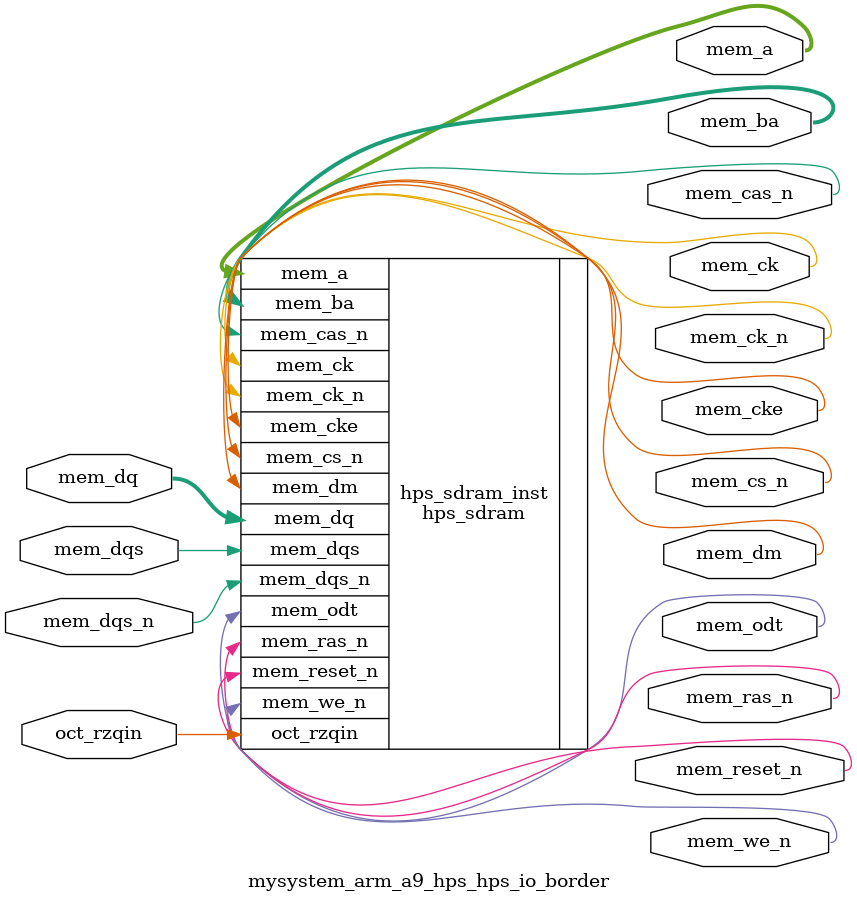
<source format=sv>


module mysystem_arm_a9_hps_hps_io_border(
// memory
  output wire [13 - 1 : 0 ] mem_a
 ,output wire [3 - 1 : 0 ] mem_ba
 ,output wire [1 - 1 : 0 ] mem_ck
 ,output wire [1 - 1 : 0 ] mem_ck_n
 ,output wire [1 - 1 : 0 ] mem_cke
 ,output wire [1 - 1 : 0 ] mem_cs_n
 ,output wire [1 - 1 : 0 ] mem_ras_n
 ,output wire [1 - 1 : 0 ] mem_cas_n
 ,output wire [1 - 1 : 0 ] mem_we_n
 ,output wire [1 - 1 : 0 ] mem_reset_n
 ,inout wire [8 - 1 : 0 ] mem_dq
 ,inout wire [1 - 1 : 0 ] mem_dqs
 ,inout wire [1 - 1 : 0 ] mem_dqs_n
 ,output wire [1 - 1 : 0 ] mem_odt
 ,output wire [1 - 1 : 0 ] mem_dm
 ,input wire [1 - 1 : 0 ] oct_rzqin
);


hps_sdram hps_sdram_inst(
 .mem_dq({
    mem_dq[7:0] // 7:0
  })
,.mem_odt({
    mem_odt[0:0] // 0:0
  })
,.mem_ras_n({
    mem_ras_n[0:0] // 0:0
  })
,.mem_dqs_n({
    mem_dqs_n[0:0] // 0:0
  })
,.mem_dqs({
    mem_dqs[0:0] // 0:0
  })
,.mem_dm({
    mem_dm[0:0] // 0:0
  })
,.mem_we_n({
    mem_we_n[0:0] // 0:0
  })
,.mem_cas_n({
    mem_cas_n[0:0] // 0:0
  })
,.mem_ba({
    mem_ba[2:0] // 2:0
  })
,.mem_a({
    mem_a[12:0] // 12:0
  })
,.mem_cs_n({
    mem_cs_n[0:0] // 0:0
  })
,.mem_ck({
    mem_ck[0:0] // 0:0
  })
,.mem_cke({
    mem_cke[0:0] // 0:0
  })
,.oct_rzqin({
    oct_rzqin[0:0] // 0:0
  })
,.mem_reset_n({
    mem_reset_n[0:0] // 0:0
  })
,.mem_ck_n({
    mem_ck_n[0:0] // 0:0
  })
);

endmodule


</source>
